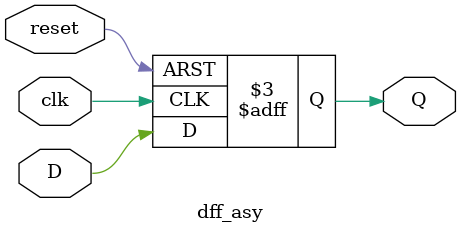
<source format=v>
`timescale 1ns / 1ps


module dff_asy(
    input D, clk, reset,
    output reg Q
    );
    always @(posedge clk or negedge reset)
    if(!reset)
        Q <= 0;
        else
        Q <= D;
    
endmodule

</source>
